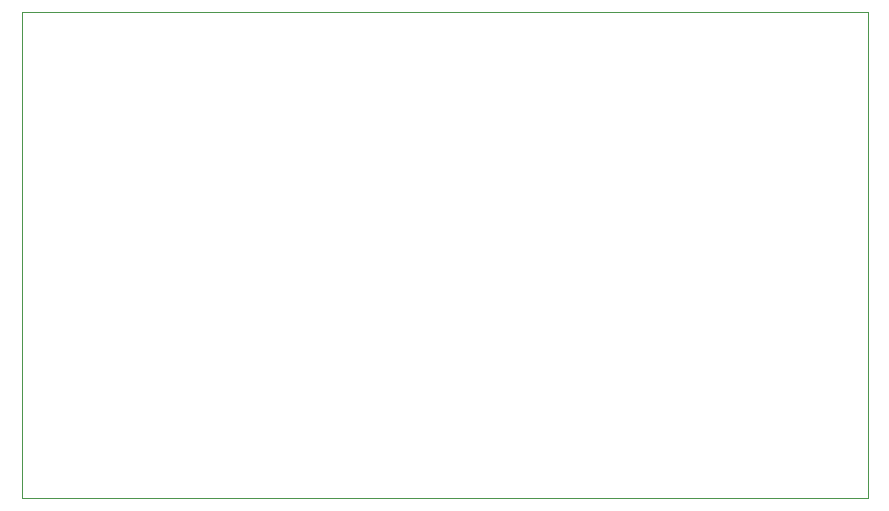
<source format=gm1>
G04 #@! TF.GenerationSoftware,KiCad,Pcbnew,(5.1.5)-3*
G04 #@! TF.CreationDate,2020-05-07T08:06:12+03:00*
G04 #@! TF.ProjectId,PCB1,50434231-2e6b-4696-9361-645f70636258,rev?*
G04 #@! TF.SameCoordinates,Original*
G04 #@! TF.FileFunction,Profile,NP*
%FSLAX46Y46*%
G04 Gerber Fmt 4.6, Leading zero omitted, Abs format (unit mm)*
G04 Created by KiCad (PCBNEW (5.1.5)-3) date 2020-05-07 08:06:12*
%MOMM*%
%LPD*%
G04 APERTURE LIST*
%ADD10C,0.100000*%
G04 APERTURE END LIST*
D10*
X103124000Y-32766000D02*
X103124000Y-73914000D01*
X31496000Y-32766000D02*
X103124000Y-32766000D01*
X31496000Y-73914000D02*
X31496000Y-32766000D01*
X103124000Y-73914000D02*
X31496000Y-73914000D01*
M02*

</source>
